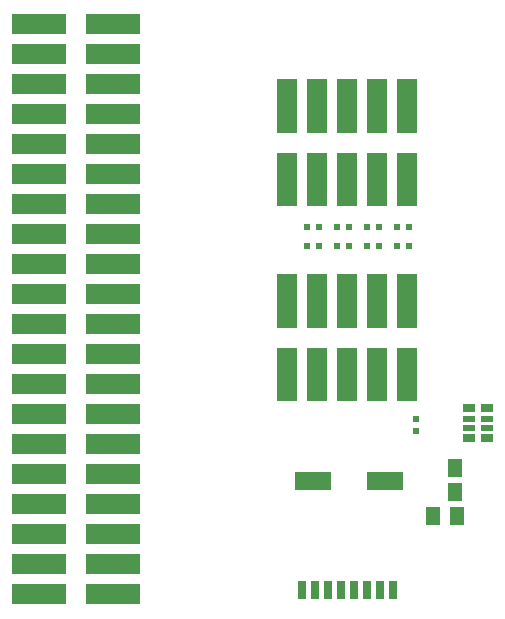
<source format=gbr>
%TF.GenerationSoftware,KiCad,Pcbnew,5.1.0-rc2-unknown-036be7d~80~ubuntu16.04.1*%
%TF.CreationDate,2022-02-04T13:28:53+02:00*%
%TF.ProjectId,STMP15x-SHIELD_Rev_A,53544d50-3135-4782-9d53-4849454c445f,A*%
%TF.SameCoordinates,Original*%
%TF.FileFunction,Paste,Top*%
%TF.FilePolarity,Positive*%
%FSLAX46Y46*%
G04 Gerber Fmt 4.6, Leading zero omitted, Abs format (unit mm)*
G04 Created by KiCad (PCBNEW 5.1.0-rc2-unknown-036be7d~80~ubuntu16.04.1) date 2022-02-04 13:28:53*
%MOMM*%
%LPD*%
G04 APERTURE LIST*
%ADD10R,1.270000X1.524000*%
%ADD11R,4.550000X1.700000*%
%ADD12R,0.550000X0.500000*%
%ADD13R,0.500000X0.550000*%
%ADD14R,1.016000X0.508000*%
%ADD15R,1.016000X0.762000*%
%ADD16C,1.700000*%
%ADD17C,0.100000*%
%ADD18R,3.100000X1.500000*%
%ADD19R,0.800000X1.500000*%
G04 APERTURE END LIST*
D10*
%TO.C,C1*%
X151511000Y-89408000D03*
X153543000Y-89408000D03*
%TD*%
D11*
%TO.C,EXT1*%
X124410000Y-96012000D03*
X124410000Y-93472000D03*
X124410000Y-90932000D03*
X124410000Y-88392000D03*
X124410000Y-85852000D03*
X124410000Y-83312000D03*
X124410000Y-80772000D03*
X124410000Y-78232000D03*
X124410000Y-75692000D03*
X124410000Y-73152000D03*
X124410000Y-47752000D03*
X124410000Y-50292000D03*
X124410000Y-52832000D03*
X124410000Y-55372000D03*
X124410000Y-57912000D03*
X124410000Y-60452000D03*
X124410000Y-62992000D03*
X124410000Y-65532000D03*
X124410000Y-68072000D03*
X118160000Y-68072000D03*
X118160000Y-70612000D03*
X118160000Y-96012000D03*
X118160000Y-93472000D03*
X118160000Y-90932000D03*
X118160000Y-88392000D03*
X118160000Y-85852000D03*
X118160000Y-83312000D03*
X118160000Y-80772000D03*
X118160000Y-78232000D03*
X118160000Y-75692000D03*
X118160000Y-73152000D03*
X118160000Y-65532000D03*
X118160000Y-62992000D03*
X118160000Y-60452000D03*
X118160000Y-57912000D03*
X118160000Y-55372000D03*
X118160000Y-52832000D03*
X118160000Y-50292000D03*
X118160000Y-47752000D03*
X124410000Y-70612000D03*
%TD*%
D10*
%TO.C,L1*%
X153416000Y-85344000D03*
X153416000Y-87376000D03*
%TD*%
D12*
%TO.C,R1*%
X150114000Y-81153000D03*
X150114000Y-82169000D03*
%TD*%
D13*
%TO.C,R2*%
X145923000Y-64897000D03*
X146939000Y-64897000D03*
%TD*%
%TO.C,R3*%
X143383000Y-64897000D03*
X144399000Y-64897000D03*
%TD*%
%TO.C,R4*%
X149479000Y-64897000D03*
X148463000Y-64897000D03*
%TD*%
%TO.C,R5*%
X140843000Y-64897000D03*
X141859000Y-64897000D03*
%TD*%
%TO.C,R6*%
X143383000Y-66548000D03*
X144399000Y-66548000D03*
%TD*%
%TO.C,R7*%
X145923000Y-66548000D03*
X146939000Y-66548000D03*
%TD*%
%TO.C,R8*%
X149479000Y-66548000D03*
X148463000Y-66548000D03*
%TD*%
%TO.C,R9*%
X141859000Y-66548000D03*
X140843000Y-66548000D03*
%TD*%
D14*
%TO.C,RM1*%
X156083000Y-81153000D03*
X156083000Y-81915000D03*
X154559000Y-81153000D03*
X154559000Y-81915000D03*
D15*
X156083000Y-80264000D03*
X154559000Y-80264000D03*
X156083000Y-82804000D03*
X154559000Y-82804000D03*
%TD*%
D16*
%TO.C,UEXT1*%
X139192000Y-60910000D03*
D17*
G36*
X138342000Y-63185000D02*
G01*
X138342000Y-58635000D01*
X140042000Y-58635000D01*
X140042000Y-63185000D01*
X138342000Y-63185000D01*
X138342000Y-63185000D01*
G37*
D16*
X141732000Y-60910000D03*
D17*
G36*
X140882000Y-63185000D02*
G01*
X140882000Y-58635000D01*
X142582000Y-58635000D01*
X142582000Y-63185000D01*
X140882000Y-63185000D01*
X140882000Y-63185000D01*
G37*
D16*
X144272000Y-60910000D03*
D17*
G36*
X143422000Y-63185000D02*
G01*
X143422000Y-58635000D01*
X145122000Y-58635000D01*
X145122000Y-63185000D01*
X143422000Y-63185000D01*
X143422000Y-63185000D01*
G37*
D16*
X146812000Y-60910000D03*
D17*
G36*
X145962000Y-63185000D02*
G01*
X145962000Y-58635000D01*
X147662000Y-58635000D01*
X147662000Y-63185000D01*
X145962000Y-63185000D01*
X145962000Y-63185000D01*
G37*
D16*
X149352000Y-60910000D03*
D17*
G36*
X148502000Y-63185000D02*
G01*
X148502000Y-58635000D01*
X150202000Y-58635000D01*
X150202000Y-63185000D01*
X148502000Y-63185000D01*
X148502000Y-63185000D01*
G37*
D16*
X149352000Y-54660000D03*
D17*
G36*
X148502000Y-56935000D02*
G01*
X148502000Y-52385000D01*
X150202000Y-52385000D01*
X150202000Y-56935000D01*
X148502000Y-56935000D01*
X148502000Y-56935000D01*
G37*
D16*
X146812000Y-54660000D03*
D17*
G36*
X145962000Y-56935000D02*
G01*
X145962000Y-52385000D01*
X147662000Y-52385000D01*
X147662000Y-56935000D01*
X145962000Y-56935000D01*
X145962000Y-56935000D01*
G37*
D16*
X139192000Y-54660000D03*
D17*
G36*
X138342000Y-56935000D02*
G01*
X138342000Y-52385000D01*
X140042000Y-52385000D01*
X140042000Y-56935000D01*
X138342000Y-56935000D01*
X138342000Y-56935000D01*
G37*
D16*
X141732000Y-54660000D03*
D17*
G36*
X140882000Y-56935000D02*
G01*
X140882000Y-52385000D01*
X142582000Y-52385000D01*
X142582000Y-56935000D01*
X140882000Y-56935000D01*
X140882000Y-56935000D01*
G37*
D16*
X144272000Y-54660000D03*
D17*
G36*
X143422000Y-56935000D02*
G01*
X143422000Y-52385000D01*
X145122000Y-52385000D01*
X145122000Y-56935000D01*
X143422000Y-56935000D01*
X143422000Y-56935000D01*
G37*
%TD*%
D16*
%TO.C,UEXT2*%
X139192000Y-77420000D03*
D17*
G36*
X138342000Y-79695000D02*
G01*
X138342000Y-75145000D01*
X140042000Y-75145000D01*
X140042000Y-79695000D01*
X138342000Y-79695000D01*
X138342000Y-79695000D01*
G37*
D16*
X141732000Y-77420000D03*
D17*
G36*
X140882000Y-79695000D02*
G01*
X140882000Y-75145000D01*
X142582000Y-75145000D01*
X142582000Y-79695000D01*
X140882000Y-79695000D01*
X140882000Y-79695000D01*
G37*
D16*
X144272000Y-77420000D03*
D17*
G36*
X143422000Y-79695000D02*
G01*
X143422000Y-75145000D01*
X145122000Y-75145000D01*
X145122000Y-79695000D01*
X143422000Y-79695000D01*
X143422000Y-79695000D01*
G37*
D16*
X146812000Y-77420000D03*
D17*
G36*
X145962000Y-79695000D02*
G01*
X145962000Y-75145000D01*
X147662000Y-75145000D01*
X147662000Y-79695000D01*
X145962000Y-79695000D01*
X145962000Y-79695000D01*
G37*
D16*
X149352000Y-77420000D03*
D17*
G36*
X148502000Y-79695000D02*
G01*
X148502000Y-75145000D01*
X150202000Y-75145000D01*
X150202000Y-79695000D01*
X148502000Y-79695000D01*
X148502000Y-79695000D01*
G37*
D16*
X149352000Y-71170000D03*
D17*
G36*
X148502000Y-73445000D02*
G01*
X148502000Y-68895000D01*
X150202000Y-68895000D01*
X150202000Y-73445000D01*
X148502000Y-73445000D01*
X148502000Y-73445000D01*
G37*
D16*
X146812000Y-71170000D03*
D17*
G36*
X145962000Y-73445000D02*
G01*
X145962000Y-68895000D01*
X147662000Y-68895000D01*
X147662000Y-73445000D01*
X145962000Y-73445000D01*
X145962000Y-73445000D01*
G37*
D16*
X139192000Y-71170000D03*
D17*
G36*
X138342000Y-73445000D02*
G01*
X138342000Y-68895000D01*
X140042000Y-68895000D01*
X140042000Y-73445000D01*
X138342000Y-73445000D01*
X138342000Y-73445000D01*
G37*
D16*
X141732000Y-71170000D03*
D17*
G36*
X140882000Y-73445000D02*
G01*
X140882000Y-68895000D01*
X142582000Y-68895000D01*
X142582000Y-73445000D01*
X140882000Y-73445000D01*
X140882000Y-73445000D01*
G37*
D16*
X144272000Y-71170000D03*
D17*
G36*
X143422000Y-73445000D02*
G01*
X143422000Y-68895000D01*
X145122000Y-68895000D01*
X145122000Y-73445000D01*
X143422000Y-73445000D01*
X143422000Y-73445000D01*
G37*
%TD*%
D18*
%TO.C,MICRO_SD1*%
X147422000Y-86444000D03*
X141362000Y-86444000D03*
D19*
X140422000Y-95694000D03*
X141522000Y-95694000D03*
X142622000Y-95694000D03*
X143722000Y-95694000D03*
X144822000Y-95694000D03*
X145922000Y-95694000D03*
X147022000Y-95694000D03*
X148122000Y-95694000D03*
%TD*%
M02*

</source>
